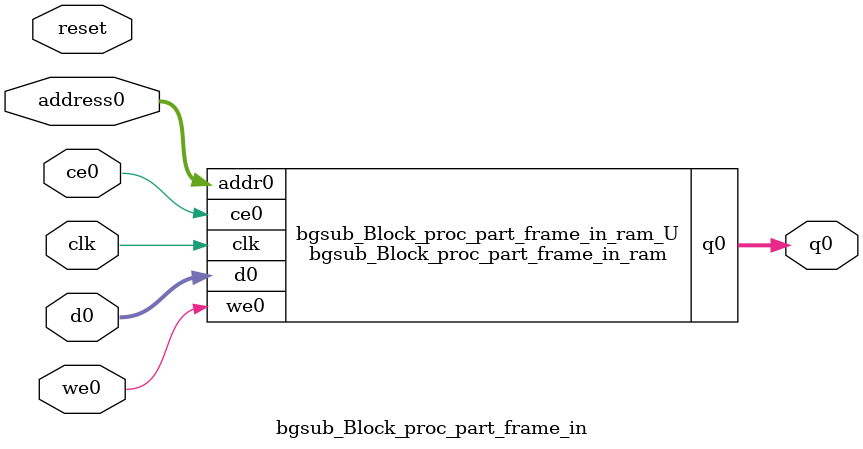
<source format=v>

`timescale 1 ns / 1 ps
module bgsub_Block_proc_part_frame_in_ram (addr0, ce0, d0, we0, q0,  clk);

parameter DWIDTH = 8;
parameter AWIDTH = 11;
parameter MEM_SIZE = 1280;

input[AWIDTH-1:0] addr0;
input ce0;
input[DWIDTH-1:0] d0;
input we0;
output reg[DWIDTH-1:0] q0;
input clk;

(* ram_style = "block" *)reg [DWIDTH-1:0] ram[MEM_SIZE-1:0];




always @(posedge clk)  
begin 
    if (ce0) 
    begin
        if (we0) 
        begin 
            ram[addr0] <= d0; 
            q0 <= d0;
        end 
        else 
            q0 <= ram[addr0];
    end
end


endmodule


`timescale 1 ns / 1 ps
module bgsub_Block_proc_part_frame_in(
    reset,
    clk,
    address0,
    ce0,
    we0,
    d0,
    q0);

parameter DataWidth = 32'd8;
parameter AddressRange = 32'd1280;
parameter AddressWidth = 32'd11;
input reset;
input clk;
input[AddressWidth - 1:0] address0;
input ce0;
input we0;
input[DataWidth - 1:0] d0;
output[DataWidth - 1:0] q0;



bgsub_Block_proc_part_frame_in_ram bgsub_Block_proc_part_frame_in_ram_U(
    .clk( clk ),
    .addr0( address0 ),
    .ce0( ce0 ),
    .d0( d0 ),
    .we0( we0 ),
    .q0( q0 ));

endmodule


</source>
